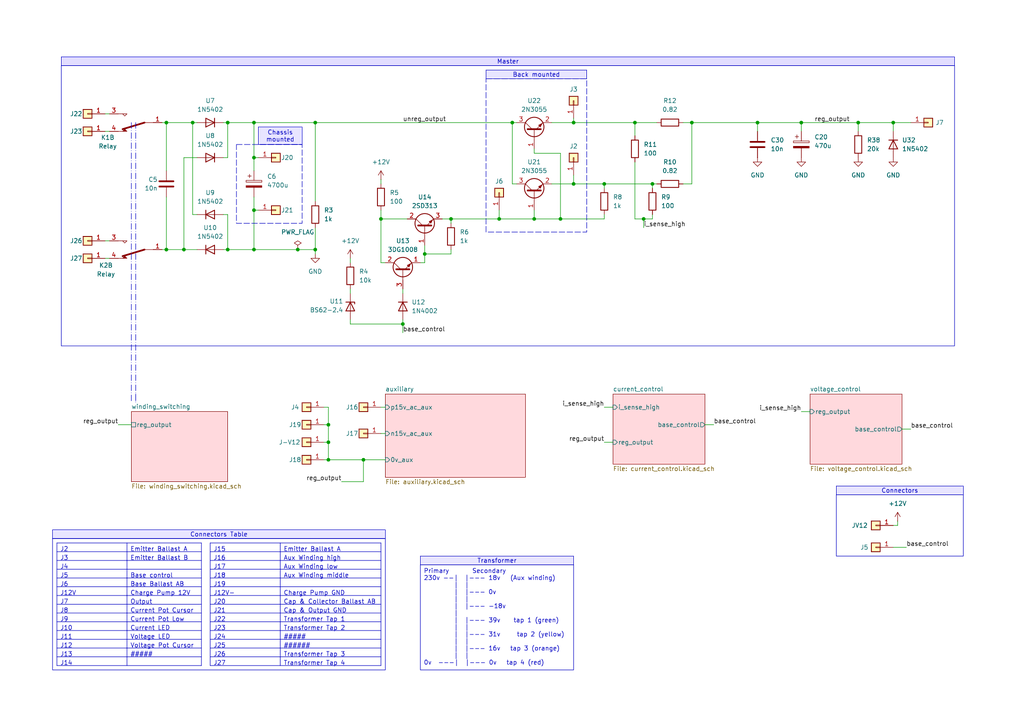
<source format=kicad_sch>
(kicad_sch (version 20250114) (generator "eeschema") (generator_version "9.0")
  (paper "A4")
  (title_block (title "PS23023 Master") (date "2025-12-29") (rev "1.0.0") (comment 1 "Compliant with Velleman’s layout") (comment 2 "Ref: AQF7.820.7120"))
  (lib_symbols
    (symbol "Connector_Generic:Conn_01x01" (pin_names (offset 1.016) (hide yes))
      (property "Reference" "J" (at 0 2.54 0))
      (property "Value" "Conn_01x01" (at 0 -2.54 0))
      (symbol "Conn_01x01_1_1"
        (rectangle (start -1.27 1.27) (end 1.27 -1.27) (stroke (width 0.254)) (fill (type background)))
        (rectangle (start -1.27 0.127) (end 0 -0.127) (stroke (width 0.1524)))
        (pin passive line (at -5.08 0 0) (length 3.81) (name "Pin_1") (number "1"))
      )
    )
    (symbol "Device:C" (pin_numbers (hide yes)) (pin_names (offset 0.254))
      (property "Reference" "C" (at 0.635 2.54 0))
      (property "Value" "C" (at 0.635 -2.54 0))
      (symbol "C_0_1"
        (polyline (pts (xy -2.032 0.762) (xy 2.032 0.762)) (stroke (width 0.508)))
        (polyline (pts (xy -2.032 -0.762) (xy 2.032 -0.762)) (stroke (width 0.508)))
      )
      (symbol "C_1_1"
        (pin passive line (at 0 3.81 270) (length 2.794) (name "~") (number "1"))
        (pin passive line (at 0 -3.81 90) (length 2.794) (name "~") (number "2"))
      )
    )
    (symbol "Device:C_Polarized" (pin_numbers (hide yes)) (pin_names (offset 0.254))
      (property "Reference" "C" (at 0.635 2.54 0))
      (property "Value" "C_Polarized" (at 0.635 -2.54 0))
      (symbol "C_Polarized_0_1"
        (rectangle (start -2.286 0.508) (end 2.286 1.016))
        (polyline (pts (xy -1.778 2.286) (xy -0.762 2.286)))
        (polyline (pts (xy -1.27 2.794) (xy -1.27 1.778)))
        (rectangle (start 2.286 -0.508) (end -2.286 -1.016) (fill (type outline)))
      )
      (symbol "C_Polarized_1_1"
        (pin passive line (at 0 3.81 270) (length 2.794) (name "~") (number "1"))
        (pin passive line (at 0 -3.81 90) (length 2.794) (name "~") (number "2"))
      )
    )
    (symbol "Device:D_Zener" (pin_numbers (hide yes)) (pin_names (offset 1.016) (hide yes))
      (property "Reference" "D" (at 0 2.54 0))
      (property "Value" "D_Zener" (at 0 -2.54 0))
      (symbol "D_Zener_0_1"
        (polyline (pts (xy -1.27 -1.27) (xy -1.27 1.27) (xy -0.762 1.27)) (stroke (width 0.254)))
        (polyline (pts (xy 1.27 0) (xy -1.27 0)))
        (polyline (pts (xy 1.27 -1.27) (xy 1.27 1.27) (xy -1.27 0) (xy 1.27 -1.27)) (stroke (width 0.254)))
      )
      (symbol "D_Zener_1_1"
        (pin passive line (at -3.81 0 0) (length 2.54) (name "K") (number "1"))
        (pin passive line (at 3.81 0 180) (length 2.54) (name "A") (number "2"))
      )
    )
    (symbol "Device:R" (pin_numbers (hide yes)) (pin_names (offset 0))
      (property "Reference" "R" (at 2.032 0 90))
      (property "Value" "R" (at 0 0 90))
      (symbol "R_0_1"
        (rectangle (start -1.016 -2.54) (end 1.016 2.54) (stroke (width 0.254)))
      )
      (symbol "R_1_1"
        (pin passive line (at 0 3.81 270) (length 1.27) (name "~") (number "1"))
        (pin passive line (at 0 -3.81 90) (length 1.27) (name "~") (number "2"))
      )
    )
    (symbol "Diode:1N4002" (pin_numbers (hide yes)) (pin_names (hide yes))
      (property "Reference" "D" (at 0 2.54 0))
      (property "Value" "1N4002" (at 0 -2.54 0))
      (symbol "1N4002_0_1"
        (polyline (pts (xy -1.27 1.27) (xy -1.27 -1.27)) (stroke (width 0.254)))
        (polyline (pts (xy 1.27 1.27) (xy 1.27 -1.27) (xy -1.27 0) (xy 1.27 1.27)) (stroke (width 0.254)))
        (polyline (pts (xy 1.27 0) (xy -1.27 0)))
      )
      (symbol "1N4002_1_1"
        (pin passive line (at -3.81 0 0) (length 2.54) (name "K") (number "1"))
        (pin passive line (at 3.81 0 180) (length 2.54) (name "A") (number "2"))
      )
    )
    (symbol "Diode:1N5402" (pin_numbers (hide yes)) (pin_names (hide yes))
      (property "Reference" "D" (at 0 2.54 0))
      (property "Value" "1N5402" (at 0 -2.54 0))
      (symbol "1N5402_0_1"
        (polyline (pts (xy -1.27 1.27) (xy -1.27 -1.27)) (stroke (width 0.254)))
        (polyline (pts (xy 1.27 1.27) (xy 1.27 -1.27) (xy -1.27 0) (xy 1.27 1.27)) (stroke (width 0.254)))
        (polyline (pts (xy 1.27 0) (xy -1.27 0)))
      )
      (symbol "1N5402_1_1"
        (pin passive line (at -3.81 0 0) (length 2.54) (name "K") (number "1"))
        (pin passive line (at 3.81 0 180) (length 2.54) (name "A") (number "2"))
      )
    )
    (symbol "Transistor_BJT:2N3055" (pin_names (offset 0) (hide yes))
      (property "Reference" "Q" (at 5.08 1.905 0))
      (property "Value" "2N3055" (at 5.08 0 0))
      (symbol "2N3055_0_1"
        (polyline (pts (xy -2.54 0) (xy 0.635 0)))
        (polyline (pts (xy 0.635 1.905) (xy 0.635 -1.905)) (stroke (width 0.508)))
        (circle (center 1.27 0) (radius 2.8194) (stroke (width 0.254)))
      )
      (symbol "2N3055_1_1"
        (polyline (pts (xy 0.635 0.635) (xy 2.54 2.54)))
        (polyline (pts (xy 0.635 -0.635) (xy 2.54 -2.54)))
        (polyline (pts (xy 1.27 -1.778) (xy 1.778 -1.27) (xy 2.286 -2.286) (xy 1.27 -1.778)) (fill (type outline)))
        (pin input line (at -5.08 0 0) (length 2.54) (name "B") (number "1"))
        (pin passive line (at 2.54 5.08 270) (length 2.54) (name "C") (number "3"))
        (pin passive line (at 2.54 -5.08 90) (length 2.54) (name "E") (number "2"))
      )
    )
    (symbol "Transistor_BJT:Q_NPN_BCE" (pin_names (offset 0) (hide yes))
      (property "Reference" "Q" (at 5.08 1.27 0))
      (property "Value" "Q_NPN_BCE" (at 5.08 -1.27 0))
      (symbol "Q_NPN_BCE_0_1"
        (polyline (pts (xy -2.54 0) (xy 0.635 0)))
        (polyline (pts (xy 0.635 1.905) (xy 0.635 -1.905)) (stroke (width 0.508)))
        (circle (center 1.27 0) (radius 2.8194) (stroke (width 0.254)))
      )
      (symbol "Q_NPN_BCE_1_1"
        (polyline (pts (xy 0.635 0.635) (xy 2.54 2.54)))
        (polyline (pts (xy 0.635 -0.635) (xy 2.54 -2.54)))
        (polyline (pts (xy 1.27 -1.778) (xy 1.778 -1.27) (xy 2.286 -2.286) (xy 1.27 -1.778)) (fill (type outline)))
        (pin input line (at -5.08 0 0) (length 2.54) (name "B") (number "1"))
        (pin passive line (at 2.54 5.08 270) (length 2.54) (name "C") (number "2"))
        (pin passive line (at 2.54 -5.08 90) (length 2.54) (name "E") (number "3"))
      )
    )
    (symbol "Transistor_BJT:Q_NPN_ECB" (pin_names (offset 0) (hide yes))
      (property "Reference" "Q" (at 5.08 1.27 0))
      (property "Value" "Q_NPN_ECB" (at 5.08 -1.27 0))
      (symbol "Q_NPN_ECB_0_1"
        (polyline (pts (xy -2.54 0) (xy 0.635 0)))
        (polyline (pts (xy 0.635 1.905) (xy 0.635 -1.905)) (stroke (width 0.508)))
        (circle (center 1.27 0) (radius 2.8194) (stroke (width 0.254)))
      )
      (symbol "Q_NPN_ECB_1_1"
        (polyline (pts (xy 0.635 0.635) (xy 2.54 2.54)))
        (polyline (pts (xy 0.635 -0.635) (xy 2.54 -2.54)))
        (polyline (pts (xy 1.27 -1.778) (xy 1.778 -1.27) (xy 2.286 -2.286) (xy 1.27 -1.778)) (fill (type outline)))
        (pin input line (at -5.08 0 0) (length 2.54) (name "B") (number "3"))
        (pin passive line (at 2.54 5.08 270) (length 2.54) (name "C") (number "2"))
        (pin passive line (at 2.54 -5.08 90) (length 2.54) (name "E") (number "1"))
      )
    )
    (symbol "power:+12V" (power) (pin_numbers (hide yes)) (pin_names (offset 0) (hide yes))
      (property "Value" "+12V" (at 0 3.556 0))
      (symbol "+12V_0_1"
        (polyline (pts (xy -0.762 1.27) (xy 0 2.54)))
        (polyline (pts (xy 0 2.54) (xy 0.762 1.27)))
        (polyline (pts (xy 0 0) (xy 0 2.54)))
      )
      (symbol "+12V_1_1"
        (pin power_in line (at 0 0 90) (length 0) (name "~") (number "1"))
      )
    )
    (symbol "power:GND" (power) (pin_numbers (hide yes)) (pin_names (offset 0) (hide yes))
      (property "Value" "GND" (at 0 -3.81 0))
      (symbol "GND_0_1"
        (polyline (pts (xy 0 0) (xy 0 -1.27) (xy 1.27 -1.27) (xy 0 -2.54) (xy -1.27 -1.27) (xy 0 -1.27)))
      )
      (symbol "GND_1_1"
        (pin power_in line (at 0 0 270) (length 0) (name "~") (number "1"))
      )
    )
    (symbol "power:PWR_FLAG" (power) (pin_numbers (hide yes)) (pin_names (offset 0) (hide yes))
      (property "Value" "PWR_FLAG" (at 0 3.81 0))
      (symbol "PWR_FLAG_0_0"
        (pin power_out line (at 0 0 90) (length 0) (name "~") (number "1"))
      )
      (symbol "PWR_FLAG_0_1"
        (polyline (pts (xy 0 0) (xy 0 1.27) (xy -1.016 1.905) (xy 0 2.54) (xy 1.016 1.905) (xy 0 1.27)))
      )
    )
    (symbol "ps23023:Relay"
      (property "Reference" "K" (at 6.35 1.27 0))
      (property "Value" "Relay" (at 6.35 -1.27 0))
      (symbol "Relay_1_1"
        (rectangle (start -5.08 5.08) (end 5.08 -5.08) (stroke (width 0.254)) (fill (type background)))
        (rectangle (start -3.175 1.905) (end 3.175 -1.905) (stroke (width 0.254)))
        (polyline (pts (xy -2.54 -1.905) (xy 2.54 1.905)) (stroke (width 0.254)))
        (polyline (pts (xy 0 5.08) (xy 0 1.905)))
        (polyline (pts (xy 0 -5.08) (xy 0 -1.905)))
        (pin passive line (at 0 7.62 270) (length 2.54) (name "~") (number "2"))
        (pin passive line (at 0 -7.62 90) (length 2.54) (name "~") (number "5"))
      )
      (symbol "Relay_2_1"
        (polyline (pts (xy -2.54 5.08) (xy -2.54 2.54) (xy -1.905 3.175) (xy -2.54 3.81)) (fill (type outline)))
        (polyline (pts (xy 0 -2.54) (xy -1.905 3.81)) (stroke (width 0.508)))
        (polyline (pts (xy 0 -2.54) (xy 0 -5.08)))
        (polyline (pts (xy 2.54 5.08) (xy 2.54 2.54) (xy 1.905 3.175) (xy 2.54 3.81)))
        (pin passive line (at -2.54 7.62 270) (length 2.54) (name "~") (number "4"))
        (pin passive line (at 0 -7.62 90) (length 2.54) (name "~") (number "1"))
        (pin passive line (at 2.54 7.62 270) (length 2.54) (name "~") (number "3"))
      )
    )
  )
  (rectangle (start 15.24 156.21) (end 111.76 194.31))
  (rectangle (start 242.57 143.51) (end 279.4 161.29))
  (rectangle (start 68.58 41.91) (end 87.63 64.77) (stroke (width 0) (type dash)))
  (rectangle (start 140.97 22.86) (end 170.18 67.31) (stroke (width 0) (type dash)))
  (rectangle (start 17.78 19.05) (end 276.86 100.33))
  (text_box "Master" (at 17.78 16.51 0) (size 259.08 2.54) (margins 0.9525 0.9525 0.9525 0.9525) (fill (type color) (color 226 221 255 1)) (effects (font (size 1.27 1.27))))
  (text_box "Primary       Secondary\n230v --|  |--- 18v   (Aux winding)\n         |  |\n         |  |--- 0v\n         |  |\n         |  |--- -18v\n         |\n         |  |--- 39v    tap 1 (green)\n         |  |\n         |  |--- 31v     tap 2 (yellow)\n         |  |\n         |  |--- 16v   tap 3 (orange)\n         |  |\n0v  ---|  |--- 0v   tap 4 (red)" (at 121.92 163.83 0) (size 44.45 30.48) (margins 0.9525 0.9525 0.9525 0.9525) (effects (font (size 1.27 1.27)) (justify left top)))
  (text_box "Back mounted" (at 140.97 20.32 0) (size 29.21 2.54) (margins 0.9525 0.9525 0.9525 0.9525) (fill (type color) (color 232 229 255 1)) (effects (font (size 1.27 1.27))))
  (text_box "Chassis mounted" (at 74.93 36.83 0) (size 12.7 5.08) (margins 0.9525 0.9525 0.9525 0.9525) (fill (type color) (color 232 229 255 1)) (effects (font (size 1.27 1.27))))
  (text_box "Connectors Table" (at 15.24 153.67 0) (size 96.52 2.54) (margins 0.9525 0.9525 0.9525 0.9525) (fill (type color) (color 232 229 255 1)) (effects (font (size 1.27 1.27))))
  (text_box "Transformer" (at 121.92 161.29 0) (size 44.45 2.54) (margins 0.9525 0.9525 0.9525 0.9525) (fill (type color) (color 232 229 255 1)) (effects (font (size 1.27 1.27))))
  (text_box "Connectors" (at 242.57 140.97 0) (size 36.83 2.54) (margins 0.9525 0.9525 0.9525 0.9525) (fill (type color) (color 232 229 255 1)) (effects (font (size 1.27 1.27))))
  (junction (at 110.49 63.5))
  (junction (at 175.26 53.34))
  (junction (at 162.56 63.5))
  (junction (at 48.26 35.56))
  (junction (at 73.66 45.72))
  (junction (at 116.84 93.98))
  (junction (at 95.25 133.35))
  (junction (at 219.71 35.56))
  (junction (at 66.04 72.39))
  (junction (at 73.66 72.39))
  (junction (at 95.25 128.27))
  (junction (at 166.37 53.34))
  (junction (at 86.36 72.39))
  (junction (at 48.26 72.39))
  (junction (at 53.34 72.39))
  (junction (at 105.41 133.35))
  (junction (at 144.78 63.5))
  (junction (at 166.37 35.56))
  (junction (at 186.69 63.5))
  (junction (at 91.44 72.39))
  (junction (at 66.04 35.56))
  (junction (at 130.81 63.5))
  (junction (at 123.19 73.66))
  (junction (at 73.66 35.56))
  (junction (at 248.92 35.56))
  (junction (at 73.66 60.96))
  (junction (at 148.59 35.56))
  (junction (at 184.15 35.56))
  (junction (at 232.41 35.56))
  (junction (at 95.25 123.19))
  (junction (at 55.88 35.56))
  (junction (at 154.94 63.5))
  (junction (at 259.08 35.56))
  (junction (at 91.44 35.56))
  (junction (at 200.66 35.56))
  (junction (at 189.23 53.34))
  (wire (pts (xy 95.25 128.27) (xy 95.25 133.35)))
  (wire (pts (xy 154.94 44.45) (xy 162.56 44.45)))
  (wire (pts (xy 55.88 35.56) (xy 57.15 35.56)))
  (wire (pts (xy 248.92 38.1) (xy 248.92 35.56)))
  (wire (pts (xy 204.47 123.19) (xy 207.01 123.19)))
  (wire (pts (xy 86.36 72.39) (xy 91.44 72.39)))
  (wire (pts (xy 166.37 34.29) (xy 166.37 35.56)))
  (wire (pts (xy 189.23 63.5) (xy 189.23 62.23)))
  (wire (pts (xy 259.08 38.1) (xy 259.08 35.56)))
  (wire (pts (xy 154.94 63.5) (xy 144.78 63.5)))
  (wire (pts (xy 95.25 128.27) (xy 93.98 128.27)))
  (wire (pts (xy 73.66 45.72) (xy 73.66 35.56)))
  (wire (pts (xy 259.08 35.56) (xy 264.16 35.56)))
  (wire (pts (xy 53.34 45.72) (xy 57.15 45.72)))
  (wire (pts (xy 232.41 35.56) (xy 232.41 38.1)))
  (wire (pts (xy 186.69 63.5) (xy 186.69 66.04)))
  (wire (pts (xy 118.11 63.5) (xy 110.49 63.5)))
  (wire (pts (xy 66.04 62.23) (xy 66.04 72.39)))
  (wire (pts (xy 116.84 93.98) (xy 116.84 96.52)))
  (wire (pts (xy 66.04 72.39) (xy 64.77 72.39)))
  (wire (pts (xy 110.49 125.73) (xy 111.76 125.73)))
  (wire (pts (xy 259.08 158.75) (xy 262.89 158.75)))
  (wire (pts (xy 66.04 72.39) (xy 73.66 72.39)))
  (polyline (pts (xy 38.1 35.56) (xy 38.1 116.84)) (stroke (width 0) (type dash_dot)))
  (wire (pts (xy 123.19 76.2) (xy 123.19 73.66)))
  (wire (pts (xy 95.25 133.35) (xy 105.41 133.35)))
  (wire (pts (xy 154.94 43.18) (xy 154.94 44.45)))
  (wire (pts (xy 184.15 63.5) (xy 186.69 63.5)))
  (wire (pts (xy 175.26 62.23) (xy 175.26 63.5)))
  (wire (pts (xy 73.66 60.96) (xy 73.66 72.39)))
  (wire (pts (xy 73.66 45.72) (xy 74.93 45.72)))
  (wire (pts (xy 66.04 35.56) (xy 64.77 35.56)))
  (wire (pts (xy 232.41 119.38) (xy 234.95 119.38)))
  (wire (pts (xy 93.98 133.35) (xy 95.25 133.35)))
  (wire (pts (xy 66.04 35.56) (xy 73.66 35.56)))
  (wire (pts (xy 91.44 35.56) (xy 148.59 35.56)))
  (wire (pts (xy 95.25 123.19) (xy 95.25 128.27)))
  (wire (pts (xy 30.48 38.1) (xy 31.75 38.1)))
  (wire (pts (xy 148.59 53.34) (xy 148.59 35.56)))
  (wire (pts (xy 66.04 45.72) (xy 66.04 35.56)))
  (wire (pts (xy 148.59 35.56) (xy 149.86 35.56)))
  (wire (pts (xy 48.26 49.53) (xy 48.26 35.56)))
  (wire (pts (xy 116.84 93.98) (xy 116.84 92.71)))
  (wire (pts (xy 110.49 60.96) (xy 110.49 63.5)))
  (wire (pts (xy 160.02 53.34) (xy 166.37 53.34)))
  (wire (pts (xy 91.44 72.39) (xy 91.44 73.66)))
  (wire (pts (xy 175.26 118.11) (xy 177.8 118.11)))
  (wire (pts (xy 64.77 62.23) (xy 66.04 62.23)))
  (wire (pts (xy 53.34 45.72) (xy 53.34 72.39)))
  (wire (pts (xy 128.27 63.5) (xy 130.81 63.5)))
  (wire (pts (xy 154.94 63.5) (xy 154.94 60.96)))
  (wire (pts (xy 184.15 35.56) (xy 190.5 35.56)))
  (wire (pts (xy 123.19 71.12) (xy 123.19 73.66)))
  (wire (pts (xy 198.12 35.56) (xy 200.66 35.56)))
  (wire (pts (xy 166.37 50.8) (xy 166.37 53.34)))
  (wire (pts (xy 30.48 74.93) (xy 31.75 74.93)))
  (wire (pts (xy 105.41 139.7) (xy 105.41 133.35)))
  (wire (pts (xy 160.02 35.56) (xy 166.37 35.56)))
  (wire (pts (xy 200.66 35.56) (xy 200.66 53.34)))
  (wire (pts (xy 34.29 123.19) (xy 38.1 123.19)))
  (wire (pts (xy 189.23 53.34) (xy 190.5 53.34)))
  (polyline (pts (xy 39.37 35.56) (xy 39.37 116.84)) (stroke (width 0) (type dash_dot)))
  (wire (pts (xy 110.49 76.2) (xy 111.76 76.2)))
  (wire (pts (xy 48.26 57.15) (xy 48.26 72.39)))
  (wire (pts (xy 261.62 124.46) (xy 264.16 124.46)))
  (wire (pts (xy 259.08 35.56) (xy 248.92 35.56)))
  (wire (pts (xy 260.35 152.4) (xy 259.08 152.4)))
  (wire (pts (xy 91.44 58.42) (xy 91.44 35.56)))
  (wire (pts (xy 48.26 72.39) (xy 53.34 72.39)))
  (polyline (pts (xy 39.37 114.3) (xy 39.37 116.84)) (stroke (width 0) (type dash_dot)))
  (wire (pts (xy 73.66 35.56) (xy 91.44 35.56)))
  (wire (pts (xy 232.41 35.56) (xy 248.92 35.56)))
  (wire (pts (xy 166.37 53.34) (xy 175.26 53.34)))
  (wire (pts (xy 232.41 35.56) (xy 219.71 35.56)))
  (wire (pts (xy 130.81 73.66) (xy 130.81 72.39)))
  (wire (pts (xy 55.88 62.23) (xy 55.88 35.56)))
  (wire (pts (xy 95.25 118.11) (xy 95.25 123.19)))
  (wire (pts (xy 64.77 45.72) (xy 66.04 45.72)))
  (wire (pts (xy 175.26 53.34) (xy 175.26 54.61)))
  (wire (pts (xy 91.44 66.04) (xy 91.44 72.39)))
  (wire (pts (xy 184.15 46.99) (xy 184.15 63.5)))
  (wire (pts (xy 189.23 53.34) (xy 189.23 54.61)))
  (wire (pts (xy 48.26 35.56) (xy 55.88 35.56)))
  (wire (pts (xy 260.35 151.13) (xy 260.35 152.4)))
  (wire (pts (xy 175.26 53.34) (xy 189.23 53.34)))
  (wire (pts (xy 130.81 63.5) (xy 130.81 64.77)))
  (wire (pts (xy 166.37 35.56) (xy 184.15 35.56)))
  (wire (pts (xy 110.49 52.07) (xy 110.49 53.34)))
  (wire (pts (xy 200.66 53.34) (xy 198.12 53.34)))
  (wire (pts (xy 219.71 35.56) (xy 219.71 38.1)))
  (wire (pts (xy 175.26 128.27) (xy 177.8 128.27)))
  (wire (pts (xy 123.19 73.66) (xy 130.81 73.66)))
  (wire (pts (xy 105.41 133.35) (xy 111.76 133.35)))
  (wire (pts (xy 101.6 74.93) (xy 101.6 76.2)))
  (wire (pts (xy 110.49 118.11) (xy 111.76 118.11)))
  (wire (pts (xy 101.6 93.98) (xy 116.84 93.98)))
  (wire (pts (xy 73.66 57.15) (xy 73.66 60.96)))
  (wire (pts (xy 53.34 72.39) (xy 57.15 72.39)))
  (wire (pts (xy 110.49 63.5) (xy 110.49 76.2)))
  (wire (pts (xy 184.15 35.56) (xy 184.15 39.37)))
  (wire (pts (xy 162.56 63.5) (xy 154.94 63.5)))
  (wire (pts (xy 93.98 123.19) (xy 95.25 123.19)))
  (wire (pts (xy 149.86 53.34) (xy 148.59 53.34)))
  (wire (pts (xy 73.66 49.53) (xy 73.66 45.72)))
  (wire (pts (xy 55.88 62.23) (xy 57.15 62.23)))
  (wire (pts (xy 101.6 92.71) (xy 101.6 93.98)))
  (wire (pts (xy 144.78 60.96) (xy 144.78 63.5)))
  (wire (pts (xy 116.84 83.82) (xy 116.84 85.09)))
  (wire (pts (xy 93.98 118.11) (xy 95.25 118.11)))
  (wire (pts (xy 101.6 83.82) (xy 101.6 85.09)))
  (wire (pts (xy 175.26 63.5) (xy 162.56 63.5)))
  (wire (pts (xy 186.69 63.5) (xy 189.23 63.5)))
  (wire (pts (xy 30.48 69.85) (xy 31.75 69.85)))
  (wire (pts (xy 162.56 44.45) (xy 162.56 63.5)))
  (wire (pts (xy 30.48 33.02) (xy 31.75 33.02)))
  (wire (pts (xy 144.78 63.5) (xy 130.81 63.5)))
  (wire (pts (xy 99.06 139.7) (xy 105.41 139.7)))
  (wire (pts (xy 73.66 72.39) (xy 86.36 72.39)))
  (wire (pts (xy 200.66 35.56) (xy 219.71 35.56)))
  (wire (pts (xy 48.26 72.39) (xy 46.99 72.39)))
  (wire (pts (xy 121.92 76.2) (xy 123.19 76.2)))
  (wire (pts (xy 73.66 60.96) (xy 74.93 60.96)))
  (wire (pts (xy 48.26 35.56) (xy 46.99 35.56)))
  (table (column_count 2) (border (external yes) (header yes)) (separators (rows yes) (cols yes)) (column_widths 20.32 21.59) (row_heights 2.54 2.54 2.54 2.54 2.54 2.54 2.54 2.54 2.54 2.54 2.54 2.54 2.54 2.54) (cells (table_cell "J2" (at 16.51 157.48 0) (size 20.32 2.54) (margins 0.9525 0.9525 0.9525 0.9525) (span 1 1)) (table_cell "Emitter Ballast A" (at 36.83 157.48 0) (size 21.59 2.54) (margins 0.9525 0.9525 0.9525 0.9525) (span 1 1)) (table_cell "J3" (at 16.51 160.02 0) (size 20.32 2.54) (margins 0.9525 0.9525 0.9525 0.9525) (span 1 1)) (table_cell "Emitter Ballast B" (at 36.83 160.02 0) (size 21.59 2.54) (margins 0.9525 0.9525 0.9525 0.9525) (span 1 1)) (table_cell "J4" (at 16.51 162.56 0) (size 20.32 2.54) (margins 0.9525 0.9525 0.9525 0.9525) (span 1 1)) (table_cell "" (at 36.83 162.56 0) (size 21.59 2.54) (margins 0.9525 0.9525 0.9525 0.9525) (span 1 1)) (table_cell "J5" (at 16.51 165.1 0) (size 20.32 2.54) (margins 0.9525 0.9525 0.9525 0.9525) (span 1 1)) (table_cell "Base control" (at 36.83 165.1 0) (size 21.59 2.54) (margins 0.9525 0.9525 0.9525 0.9525) (span 1 1)) (table_cell "J6" (at 16.51 167.64 0) (size 20.32 2.54) (margins 0.9525 0.9525 0.9525 0.9525) (span 1 1)) (table_cell "Base Ballast AB" (at 36.83 167.64 0) (size 21.59 2.54) (margins 0.9525 0.9525 0.9525 0.9525) (span 1 1)) (table_cell "J12V" (at 16.51 170.18 0) (size 20.32 2.54) (margins 0.9525 0.9525 0.9525 0.9525) (span 1 1)) (table_cell "Charge Pump 12V" (at 36.83 170.18 0) (size 21.59 2.54) (margins 0.9525 0.9525 0.9525 0.9525) (span 1 1)) (table_cell "J7" (at 16.51 172.72 0) (size 20.32 2.54) (margins 0.9525 0.9525 0.9525 0.9525) (span 1 1)) (table_cell "Output" (at 36.83 172.72 0) (size 21.59 2.54) (margins 0.9525 0.9525 0.9525 0.9525) (span 1 1)) (table_cell "J8" (at 16.51 175.26 0) (size 20.32 2.54) (margins 0.9525 0.9525 0.9525 0.9525) (span 1 1)) (table_cell "Current Pot Cursor" (at 36.83 175.26 0) (size 21.59 2.54) (margins 0.9525 0.9525 0.9525 0.9525) (span 1 1)) (table_cell "J9" (at 16.51 177.8 0) (size 20.32 2.54) (margins 0.9525 0.9525 0.9525 0.9525) (span 1 1)) (table_cell "Current Pot Low" (at 36.83 177.8 0) (size 21.59 2.54) (margins 0.9525 0.9525 0.9525 0.9525) (span 1 1)) (table_cell "J10" (at 16.51 180.34 0) (size 20.32 2.54) (margins 0.9525 0.9525 0.9525 0.9525) (span 1 1)) (table_cell "Current LED" (at 36.83 180.34 0) (size 21.59 2.54) (margins 0.9525 0.9525 0.9525 0.9525) (span 1 1)) (table_cell "J11" (at 16.51 182.88 0) (size 20.32 2.54) (margins 0.9525 0.9525 0.9525 0.9525) (span 1 1)) (table_cell "Voltage LED" (at 36.83 182.88 0) (size 21.59 2.54) (margins 0.9525 0.9525 0.9525 0.9525) (span 1 1)) (table_cell "J12" (at 16.51 185.42 0) (size 20.32 2.54) (margins 0.9525 0.9525 0.9525 0.9525) (span 1 1)) (table_cell "Voltage Pot Cursor" (at 36.83 185.42 0) (size 21.59 2.54) (margins 0.9525 0.9525 0.9525 0.9525) (span 1 1)) (table_cell "J13" (at 16.51 187.96 0) (size 20.32 2.54) (margins 0.9525 0.9525 0.9525 0.9525) (span 1 1)) (table_cell "#####" (at 36.83 187.96 0) (size 21.59 2.54) (margins 0.9525 0.9525 0.9525 0.9525) (span 1 1)) (table_cell "J14" (at 16.51 190.5 0) (size 20.32 2.54) (margins 0.9525 0.9525 0.9525 0.9525) (span 1 1)) (table_cell "" (at 36.83 190.5 0) (size 21.59 2.54) (margins 0.9525 0.9525 0.9525 0.9525) (span 1 1))))
  (table (column_count 2) (border (external yes) (header yes)) (separators (rows yes) (cols yes)) (column_widths 20.32 29.21) (row_heights 2.54 2.54 2.54 2.54 2.54 2.54 2.54 2.54 2.54 2.54 2.54 2.54 2.54 2.54) (cells (table_cell "J15" (at 60.96 157.48 0) (size 20.32 2.54) (margins 0.9525 0.9525 0.9525 0.9525) (span 1 1)) (table_cell "Emitter Ballast A" (at 81.28 157.48 0) (size 29.21 2.54) (margins 0.9525 0.9525 0.9525 0.9525) (span 1 1)) (table_cell "J16" (at 60.96 160.02 0) (size 20.32 2.54) (margins 0.9525 0.9525 0.9525 0.9525) (span 1 1)) (table_cell "Aux Winding high" (at 81.28 160.02 0) (size 29.21 2.54) (margins 0.9525 0.9525 0.9525 0.9525) (span 1 1)) (table_cell "J17" (at 60.96 162.56 0) (size 20.32 2.54) (margins 0.9525 0.9525 0.9525 0.9525) (span 1 1)) (table_cell "Aux Winding low" (at 81.28 162.56 0) (size 29.21 2.54) (margins 0.9525 0.9525 0.9525 0.9525) (span 1 1)) (table_cell "J18" (at 60.96 165.1 0) (size 20.32 2.54) (margins 0.9525 0.9525 0.9525 0.9525) (span 1 1)) (table_cell "Aux Winding middle" (at 81.28 165.1 0) (size 29.21 2.54) (margins 0.9525 0.9525 0.9525 0.9525) (span 1 1)) (table_cell "J19" (at 60.96 167.64 0) (size 20.32 2.54) (margins 0.9525 0.9525 0.9525 0.9525) (span 1 1)) (table_cell "" (at 81.28 167.64 0) (size 29.21 2.54) (margins 0.9525 0.9525 0.9525 0.9525) (span 1 1)) (table_cell "J12V-" (at 60.96 170.18 0) (size 20.32 2.54) (margins 0.9525 0.9525 0.9525 0.9525) (span 1 1)) (table_cell "Charge Pump GND" (at 81.28 170.18 0) (size 29.21 2.54) (margins 0.9525 0.9525 0.9525 0.9525) (span 1 1)) (table_cell "J20" (at 60.96 172.72 0) (size 20.32 2.54) (margins 0.9525 0.9525 0.9525 0.9525) (span 1 1)) (table_cell "Cap & Collector Ballast AB" (at 81.28 172.72 0) (size 29.21 2.54) (margins 0.9525 0.9525 0.9525 0.9525) (span 1 1)) (table_cell "J21" (at 60.96 175.26 0) (size 20.32 2.54) (margins 0.9525 0.9525 0.9525 0.9525) (span 1 1)) (table_cell "Cap & Output GND" (at 81.28 175.26 0) (size 29.21 2.54) (margins 0.9525 0.9525 0.9525 0.9525) (span 1 1)) (table_cell "J22" (at 60.96 177.8 0) (size 20.32 2.54) (margins 0.9525 0.9525 0.9525 0.9525) (span 1 1)) (table_cell "Transformer Tap 1" (at 81.28 177.8 0) (size 29.21 2.54) (margins 0.9525 0.9525 0.9525 0.9525) (span 1 1)) (table_cell "J23" (at 60.96 180.34 0) (size 20.32 2.54) (margins 0.9525 0.9525 0.9525 0.9525) (span 1 1)) (table_cell "Transformer Tap 2" (at 81.28 180.34 0) (size 29.21 2.54) (margins 0.9525 0.9525 0.9525 0.9525) (span 1 1)) (table_cell "J24" (at 60.96 182.88 0) (size 20.32 2.54) (margins 0.9525 0.9525 0.9525 0.9525) (span 1 1)) (table_cell "#####" (at 81.28 182.88 0) (size 29.21 2.54) (margins 0.9525 0.9525 0.9525 0.9525) (span 1 1)) (table_cell "J25" (at 60.96 185.42 0) (size 20.32 2.54) (margins 0.9525 0.9525 0.9525 0.9525) (span 1 1)) (table_cell "######" (at 81.28 185.42 0) (size 29.21 2.54) (margins 0.9525 0.9525 0.9525 0.9525) (span 1 1)) (table_cell "J26" (at 60.96 187.96 0) (size 20.32 2.54) (margins 0.9525 0.9525 0.9525 0.9525) (span 1 1)) (table_cell "Transformer Tap 3" (at 81.28 187.96 0) (size 29.21 2.54) (margins 0.9525 0.9525 0.9525 0.9525) (span 1 1)) (table_cell "J27" (at 60.96 190.5 0) (size 20.32 2.54) (margins 0.9525 0.9525 0.9525 0.9525) (span 1 1)) (table_cell "Transformer Tap 4" (at 81.28 190.5 0) (size 29.21 2.54) (margins 0.9525 0.9525 0.9525 0.9525) (span 1 1))))
  (label "i_sense_high" (at 232.41 119.38 180))
  (label "base_control" (at 262.89 158.75 0))
  (label "reg_output" (at 175.26 128.27 180))
  (label "base_control" (at 207.01 123.19 0))
  (label "base_control" (at 116.84 96.52 0))
  (label "i_sense_high" (at 186.69 66.04 0))
  (label "reg_output" (at 236.22 35.56 0))
  (label "reg_output" (at 99.06 139.7 180))
  (label "i_sense_high" (at 175.26 118.11 180))
  (label "reg_output" (at 34.29 123.19 180))
  (label "base_control" (at 264.16 124.46 0))
  (label "unreg_output" (at 116.84 35.56 0))
  (symbol (lib_id "Diode:1N5402") (at 60.96 35.56 180) (unit 1)
    (property "Reference" "U7" (at 60.96 29.21 0))
    (property "Value" "1N5402" (at 60.96 31.75 0))
    (property "Footprint" "Diode_THT:D_DO-201AD_P15.24mm_Horizontal" (effects (hide yes)))
    (property "Datasheet" "http://www.vishay.com/docs/88516/1n5400.pdf" (effects (hide yes)))
    (property "Description" "200V 3A General Purpose Rectifier Diode, DO-201AD" (effects (hide yes)))
    (property "Sim.Device" "D" (effects (hide yes)))
    (property "Sim.Pins" "1=K 2=A" (effects (hide yes)))
  )
  (symbol (lib_id "Connector_Generic:Conn_01x01") (at 88.9 128.27 180) (unit 1)
    (property "Reference" "J-V12" (at 87.122 128.27 0) (effects (justify left)))
    (property "Value" "Conn_01x01" (effects (hide yes)))
    (property "Description" "Generic connector, single row, 01x01, script generated (kicad-library-utils/schlib/autogen/connector/)" (effects (hide yes)))
  )
  (symbol (lib_id "Transistor_BJT:2N3055") (at 154.94 55.88 90) (unit 1)
    (property "Reference" "U21" (at 154.94 46.99 90))
    (property "Value" "2N3055" (at 154.94 49.53 90))
    (property "Footprint" "Package_TO_SOT_THT:TO-3" (effects (hide yes)))
    (property "Datasheet" "http://www.onsemi.com/pub_link/Collateral/2N3055-D.PDF" (effects (hide yes)))
    (property "Description" "15A Ic, 60V Vce, Power NPN Transistor, TO-3" (effects (hide yes)))
  )
  (symbol (lib_id "Transistor_BJT:2N3055") (at 154.94 38.1 90) (unit 1)
    (property "Reference" "U22" (at 154.94 29.21 90))
    (property "Value" "2N3055" (at 154.94 31.75 90))
    (property "Footprint" "Package_TO_SOT_THT:TO-3" (effects (hide yes)))
    (property "Datasheet" "http://www.onsemi.com/pub_link/Collateral/2N3055-D.PDF" (effects (hide yes)))
    (property "Description" "15A Ic, 60V Vce, Power NPN Transistor, TO-3" (effects (hide yes)))
  )
  (symbol (lib_id "Device:C_Polarized") (at 73.66 53.34 0) (unit 1)
    (property "Reference" "C6" (at 77.47 51.1809 0) (effects (justify left)))
    (property "Value" "4700u" (at 77.47 53.7209 0) (effects (justify left)))
    (property "Description" "Polarized capacitor" (effects (hide yes)))
  )
  (symbol (lib_id "Device:R") (at 110.49 57.15 0) (unit 1)
    (property "Reference" "R5" (at 113.03 55.8799 0) (effects (justify left)))
    (property "Value" "100" (at 113.03 58.4199 0) (effects (justify left)))
    (property "Description" "Resistor" (effects (hide yes)))
  )
  (symbol (lib_id "Connector_Generic:Conn_01x01") (at 25.4 69.85 180) (unit 1)
    (property "Reference" "J26" (at 22.098 69.85 0))
    (property "Value" "Conn_01x01" (effects (hide yes)))
    (property "Description" "Generic connector, single row, 01x01, script generated (kicad-library-utils/schlib/autogen/connector/)" (effects (hide yes)))
  )
  (symbol (lib_id "Connector_Generic:Conn_01x01") (at 166.37 29.21 270) (mirror x) (unit 1)
    (property "Reference" "J3" (at 166.37 25.908 90))
    (property "Value" "Conn_01x01" (effects (hide yes)))
    (property "Description" "Generic connector, single row, 01x01, script generated (kicad-library-utils/schlib/autogen/connector/)" (effects (hide yes)))
  )
  (symbol (lib_id "Connector_Generic:Conn_01x01") (at 254 158.75 180) (unit 1)
    (property "Reference" "J5" (at 250.698 158.75 0))
    (property "Value" "Conn_01x01" (effects (hide yes)))
    (property "Description" "Generic connector, single row, 01x01, script generated (kicad-library-utils/schlib/autogen/connector/)" (effects (hide yes)))
  )
  (symbol (lib_id "Connector_Generic:Conn_01x01") (at 80.01 45.72 0) (mirror x) (unit 1)
    (property "Reference" "J20" (at 83.312 45.72 0))
    (property "Value" "Conn_01x01" (effects (hide yes)))
    (property "Description" "Generic connector, single row, 01x01, script generated (kicad-library-utils/schlib/autogen/connector/)" (effects (hide yes)))
  )
  (symbol (lib_id "Connector_Generic:Conn_01x01") (at 25.4 33.02 180) (unit 1)
    (property "Reference" "J22" (at 22.098 33.02 0))
    (property "Value" "Conn_01x01" (effects (hide yes)))
    (property "Description" "Generic connector, single row, 01x01, script generated (kicad-library-utils/schlib/autogen/connector/)" (effects (hide yes)))
  )
  (symbol (lib_id "ps23023:Relay") (at 39.37 72.39 90) (unit 2)
    (property "Reference" "K2" (at 30.734 76.962 90))
    (property "Value" "Relay" (at 30.734 79.502 90))
    (property "Footprint" "Relay_THT:Relay_SPDT_SANYOU_SRD_Series_Form_C" (effects (hide yes)))
    (property "Datasheet" "http://omronfs.omron.com/en_US/ecb/products/pdf/en-g5v_2.pdf" (effects (hide yes)))
    (property "Description" "Relay Miniature Omron DPDT" (effects (hide yes)))
  )
  (symbol (lib_id "Transistor_BJT:Q_NPN_ECB") (at 116.84 78.74 90) (unit 1)
    (property "Reference" "U13" (at 116.84 69.85 90))
    (property "Value" "3DG1008" (at 116.84 72.39 90))
    (property "Description" "NPN transistor, emitter/collector/base" (effects (hide yes)))
  )
  (symbol (lib_id "Connector_Generic:Conn_01x01") (at 25.4 38.1 180) (unit 1)
    (property "Reference" "J23" (at 22.098 38.1 0))
    (property "Value" "Conn_01x01" (effects (hide yes)))
    (property "Description" "Generic connector, single row, 01x01, script generated (kicad-library-utils/schlib/autogen/connector/)" (effects (hide yes)))
  )
  (symbol (lib_id "power:GND") (at 259.08 45.72 0) (unit 1)
    (property "Reference" "#PWR029" (effects (hide yes)))
    (property "Value" "GND" (at 259.08 50.8 0))
    (property "Description" "Power symbol creates a global label with name \"GND\" , ground" (effects (hide yes)))
  )
  (symbol (lib_id "Connector_Generic:Conn_01x01") (at 144.78 55.88 270) (mirror x) (unit 1)
    (property "Reference" "J6" (at 144.78 52.578 90))
    (property "Value" "Conn_01x01" (effects (hide yes)))
    (property "Description" "Generic connector, single row, 01x01, script generated (kicad-library-utils/schlib/autogen/connector/)" (effects (hide yes)))
  )
  (symbol (lib_id "power:+12V") (at 110.49 52.07 0) (unit 1)
    (property "Reference" "#PWR011" (effects (hide yes)))
    (property "Value" "+12V" (at 110.49 46.99 0))
    (property "Description" "Power symbol creates a global label with name \"+12V\"" (effects (hide yes)))
  )
  (symbol (lib_id "Connector_Generic:Conn_01x01") (at 269.24 35.56 0) (mirror x) (unit 1)
    (property "Reference" "J7" (at 272.542 35.56 0))
    (property "Value" "Conn_01x01" (effects (hide yes)))
    (property "Description" "Generic connector, single row, 01x01, script generated (kicad-library-utils/schlib/autogen/connector/)" (effects (hide yes)))
  )
  (symbol (lib_id "Diode:1N5402") (at 60.96 62.23 0) (mirror x) (unit 1)
    (property "Reference" "U9" (at 60.96 55.88 0))
    (property "Value" "1N5402" (at 60.96 58.42 0))
    (property "Footprint" "Diode_THT:D_DO-201AD_P15.24mm_Horizontal" (effects (hide yes)))
    (property "Datasheet" "http://www.vishay.com/docs/88516/1n5400.pdf" (effects (hide yes)))
    (property "Description" "200V 3A General Purpose Rectifier Diode, DO-201AD" (effects (hide yes)))
    (property "Sim.Device" "D" (effects (hide yes)))
    (property "Sim.Pins" "1=K 2=A" (effects (hide yes)))
  )
  (symbol (lib_id "Device:R") (at 184.15 43.18 180) (unit 1)
    (property "Reference" "R11" (at 186.69 41.9099 0) (effects (justify right)))
    (property "Value" "100" (at 186.69 44.4499 0) (effects (justify right)))
    (property "Description" "Resistor" (effects (hide yes)))
  )
  (symbol (lib_id "Device:C_Polarized") (at 232.41 41.91 0) (unit 1)
    (property "Reference" "C20" (at 236.22 39.7509 0) (effects (justify left)))
    (property "Value" "470u" (at 236.22 42.2909 0) (effects (justify left)))
    (property "Description" "Polarized capacitor" (effects (hide yes)))
  )
  (symbol (lib_id "Device:R") (at 194.31 53.34 90) (unit 1)
    (property "Reference" "R10" (at 194.31 46.99 90))
    (property "Value" "0.82" (at 194.31 49.53 90))
    (property "Description" "Resistor" (effects (hide yes)))
  )
  (symbol (lib_id "Connector_Generic:Conn_01x01") (at 105.41 125.73 180) (unit 1)
    (property "Reference" "J17" (at 102.108 125.73 0))
    (property "Value" "Conn_01x01" (effects (hide yes)))
    (property "Description" "Generic connector, single row, 01x01, script generated (kicad-library-utils/schlib/autogen/connector/)" (effects (hide yes)))
  )
  (symbol (lib_id "power:GND") (at 248.92 45.72 0) (unit 1)
    (property "Reference" "#PWR028" (effects (hide yes)))
    (property "Value" "GND" (at 248.92 50.8 0))
    (property "Description" "Power symbol creates a global label with name \"GND\" , ground" (effects (hide yes)))
  )
  (symbol (lib_id "power:GND") (at 232.41 45.72 0) (unit 1)
    (property "Reference" "#PWR027" (effects (hide yes)))
    (property "Value" "GND" (at 232.41 50.8 0))
    (property "Description" "Power symbol creates a global label with name \"GND\" , ground" (effects (hide yes)))
  )
  (symbol (lib_id "Connector_Generic:Conn_01x01") (at 80.01 60.96 0) (mirror x) (unit 1)
    (property "Reference" "J21" (at 83.312 60.96 0))
    (property "Value" "Conn_01x01" (effects (hide yes)))
    (property "Description" "Generic connector, single row, 01x01, script generated (kicad-library-utils/schlib/autogen/connector/)" (effects (hide yes)))
  )
  (symbol (lib_id "power:PWR_FLAG") (at 86.36 72.39 0) (unit 1)
    (property "Reference" "#FLG01" (effects (hide yes)))
    (property "Value" "PWR_FLAG" (at 86.36 67.31 0))
    (property "Description" "Special symbol for telling ERC where power comes from" (effects (hide yes)))
  )
  (symbol (lib_id "Device:R") (at 130.81 68.58 180) (unit 1)
    (property "Reference" "R6" (at 133.35 67.3099 0) (effects (justify right)))
    (property "Value" "1k" (at 133.35 69.8499 0) (effects (justify right)))
    (property "Description" "Resistor" (effects (hide yes)))
  )
  (symbol (lib_id "Connector_Generic:Conn_01x01") (at 105.41 118.11 180) (unit 1)
    (property "Reference" "J16" (at 102.108 118.11 0))
    (property "Value" "Conn_01x01" (effects (hide yes)))
    (property "Description" "Generic connector, single row, 01x01, script generated (kicad-library-utils/schlib/autogen/connector/)" (effects (hide yes)))
  )
  (symbol (lib_id "power:+12V") (at 101.6 74.93 0) (unit 1)
    (property "Reference" "#PWR012" (effects (hide yes)))
    (property "Value" "+12V" (at 101.6 69.85 0))
    (property "Description" "Power symbol creates a global label with name \"+12V\"" (effects (hide yes)))
  )
  (symbol (lib_id "power:GND") (at 219.71 45.72 0) (unit 1)
    (property "Reference" "#PWR026" (effects (hide yes)))
    (property "Value" "GND" (at 219.71 50.8 0))
    (property "Description" "Power symbol creates a global label with name \"GND\" , ground" (effects (hide yes)))
  )
  (symbol (lib_id "Device:R") (at 91.44 62.23 0) (unit 1)
    (property "Reference" "R3" (at 93.98 60.9599 0) (effects (justify left)))
    (property "Value" "1k" (at 93.98 63.4999 0) (effects (justify left)))
    (property "Description" "Resistor" (effects (hide yes)))
  )
  (symbol (lib_id "Device:R") (at 101.6 80.01 0) (unit 1)
    (property "Reference" "R4" (at 104.14 78.7399 0) (effects (justify left)))
    (property "Value" "10k" (at 104.14 81.2799 0) (effects (justify left)))
    (property "Description" "Resistor" (effects (hide yes)))
  )
  (symbol (lib_id "Diode:1N4002") (at 116.84 88.9 270) (unit 1)
    (property "Reference" "U12" (at 119.38 87.6299 90) (effects (justify left)))
    (property "Value" "1N4002" (at 119.38 90.1699 90) (effects (justify left)))
    (property "Footprint" "Diode_THT:D_DO-41_SOD81_P10.16mm_Horizontal" (effects (hide yes)))
    (property "Datasheet" "http://www.vishay.com/docs/88503/1n4001.pdf" (effects (hide yes)))
    (property "Description" "100V 1A General Purpose Rectifier Diode, DO-41" (effects (hide yes)))
    (property "Sim.Device" "D" (effects (hide yes)))
    (property "Sim.Pins" "1=K 2=A" (effects (hide yes)))
  )
  (symbol (lib_id "ps23023:Relay") (at 39.37 35.56 90) (unit 2)
    (property "Reference" "K1" (at 31.242 39.878 90))
    (property "Value" "Relay" (at 31.242 42.418 90))
    (property "Footprint" "Relay_THT:Relay_SPDT_SANYOU_SRD_Series_Form_C" (effects (hide yes)))
    (property "Datasheet" "http://omronfs.omron.com/en_US/ecb/products/pdf/en-g5v_2.pdf" (effects (hide yes)))
    (property "Description" "Relay Miniature Omron DPDT" (effects (hide yes)))
  )
  (symbol (lib_id "Connector_Generic:Conn_01x01") (at 88.9 123.19 180) (unit 1)
    (property "Reference" "J19" (at 85.598 123.19 0))
    (property "Value" "Conn_01x01" (effects (hide yes)))
    (property "Description" "Generic connector, single row, 01x01, script generated (kicad-library-utils/schlib/autogen/connector/)" (effects (hide yes)))
  )
  (symbol (lib_id "Device:D_Zener") (at 101.6 88.9 270) (unit 1)
    (property "Reference" "U11" (at 99.568 87.376 90) (effects (justify right)))
    (property "Value" "BS62-2.4" (at 99.568 89.916 90) (effects (justify right)))
    (property "Description" "Zener diode" (effects (hide yes)))
  )
  (symbol (lib_id "Device:R") (at 248.92 41.91 180) (unit 1)
    (property "Reference" "R38" (at 251.46 40.6399 0) (effects (justify right)))
    (property "Value" "20k" (at 251.46 43.1799 0) (effects (justify right)))
    (property "Description" "Resistor" (effects (hide yes)))
  )
  (symbol (lib_id "Diode:1N5402") (at 60.96 45.72 180) (unit 1)
    (property "Reference" "U8" (at 60.96 39.37 0))
    (property "Value" "1N5402" (at 60.96 41.91 0))
    (property "Footprint" "Diode_THT:D_DO-201AD_P15.24mm_Horizontal" (effects (hide yes)))
    (property "Datasheet" "http://www.vishay.com/docs/88516/1n5400.pdf" (effects (hide yes)))
    (property "Description" "200V 3A General Purpose Rectifier Diode, DO-201AD" (effects (hide yes)))
    (property "Sim.Device" "D" (effects (hide yes)))
    (property "Sim.Pins" "1=K 2=A" (effects (hide yes)))
  )
  (symbol (lib_id "Connector_Generic:Conn_01x01") (at 254 152.4 180) (unit 1)
    (property "Reference" "JV12" (at 251.714 152.4 0) (effects (justify left)))
    (property "Value" "Conn_01x01" (effects (hide yes)))
    (property "Description" "Generic connector, single row, 01x01, script generated (kicad-library-utils/schlib/autogen/connector/)" (effects (hide yes)))
  )
  (symbol (lib_id "Connector_Generic:Conn_01x01") (at 88.9 133.35 180) (unit 1)
    (property "Reference" "J18" (at 85.598 133.35 0))
    (property "Value" "Conn_01x01" (effects (hide yes)))
    (property "Description" "Generic connector, single row, 01x01, script generated (kicad-library-utils/schlib/autogen/connector/)" (effects (hide yes)))
  )
  (symbol (lib_id "Diode:1N5402") (at 60.96 72.39 0) (mirror x) (unit 1)
    (property "Reference" "U10" (at 60.96 66.04 0))
    (property "Value" "1N5402" (at 60.96 68.58 0))
    (property "Footprint" "Diode_THT:D_DO-201AD_P15.24mm_Horizontal" (effects (hide yes)))
    (property "Datasheet" "http://www.vishay.com/docs/88516/1n5400.pdf" (effects (hide yes)))
    (property "Description" "200V 3A General Purpose Rectifier Diode, DO-201AD" (effects (hide yes)))
    (property "Sim.Device" "D" (effects (hide yes)))
    (property "Sim.Pins" "1=K 2=A" (effects (hide yes)))
  )
  (symbol (lib_id "Diode:1N5402") (at 259.08 41.91 270) (unit 1)
    (property "Reference" "U32" (at 261.62 40.6399 90) (effects (justify left)))
    (property "Value" "1N5402" (at 261.62 43.1799 90) (effects (justify left)))
    (property "Footprint" "Diode_THT:D_DO-201AD_P15.24mm_Horizontal" (effects (hide yes)))
    (property "Datasheet" "http://www.vishay.com/docs/88516/1n5400.pdf" (effects (hide yes)))
    (property "Description" "200V 3A General Purpose Rectifier Diode, DO-201AD" (effects (hide yes)))
    (property "Sim.Device" "D" (effects (hide yes)))
    (property "Sim.Pins" "1=K 2=A" (effects (hide yes)))
  )
  (symbol (lib_id "Transistor_BJT:Q_NPN_BCE") (at 123.19 66.04 90) (unit 1)
    (property "Reference" "U14" (at 123.19 57.15 90))
    (property "Value" "2SD313" (at 123.19 59.69 90))
    (property "Description" "NPN transistor, base/collector/emitter" (effects (hide yes)))
  )
  (symbol (lib_id "Connector_Generic:Conn_01x01") (at 25.4 74.93 180) (unit 1)
    (property "Reference" "J27" (at 22.098 74.93 0))
    (property "Value" "Conn_01x01" (effects (hide yes)))
    (property "Description" "Generic connector, single row, 01x01, script generated (kicad-library-utils/schlib/autogen/connector/)" (effects (hide yes)))
  )
  (symbol (lib_id "power:GND") (at 91.44 73.66 0) (unit 1)
    (property "Reference" "#PWR01" (effects (hide yes)))
    (property "Value" "GND" (at 91.44 78.74 0))
    (property "Description" "Power symbol creates a global label with name \"GND\" , ground" (effects (hide yes)))
  )
  (symbol (lib_id "power:+12V") (at 260.35 151.13 0) (unit 1)
    (property "Reference" "#PWR07" (effects (hide yes)))
    (property "Value" "+12V" (at 260.35 146.05 0))
    (property "Description" "Power symbol creates a global label with name \"+12V\"" (effects (hide yes)))
  )
  (symbol (lib_id "Device:R") (at 194.31 35.56 90) (unit 1)
    (property "Reference" "R12" (at 194.31 29.21 90))
    (property "Value" "0.82" (at 194.31 31.75 90))
    (property "Description" "Resistor" (effects (hide yes)))
  )
  (symbol (lib_id "Device:C") (at 48.26 53.34 0) (unit 1)
    (property "Reference" "C5" (at 45.72 52.07 0) (effects (justify right)))
    (property "Value" "10n" (at 45.72 54.61 0) (effects (justify right)))
    (property "Description" "Unpolarized capacitor" (effects (hide yes)))
  )
  (symbol (lib_id "Device:R") (at 189.23 58.42 180) (unit 1)
    (property "Reference" "R9" (at 191.77 57.1499 0) (effects (justify right)))
    (property "Value" "100" (at 191.77 59.6899 0) (effects (justify right)))
    (property "Description" "Resistor" (effects (hide yes)))
  )
  (symbol (lib_id "Connector_Generic:Conn_01x01") (at 88.9 118.11 180) (unit 1)
    (property "Reference" "J4" (at 85.598 118.11 0))
    (property "Value" "Conn_01x01" (effects (hide yes)))
    (property "Description" "Generic connector, single row, 01x01, script generated (kicad-library-utils/schlib/autogen/connector/)" (effects (hide yes)))
  )
  (symbol (lib_id "Device:C") (at 219.71 41.91 0) (unit 1)
    (property "Reference" "C30" (at 223.52 40.6399 0) (effects (justify left)))
    (property "Value" "10n" (at 223.52 43.1799 0) (effects (justify left)))
    (property "Description" "Unpolarized capacitor" (effects (hide yes)))
  )
  (symbol (lib_id "Connector_Generic:Conn_01x01") (at 166.37 45.72 270) (mirror x) (unit 1)
    (property "Reference" "J2" (at 166.37 42.418 90))
    (property "Value" "Conn_01x01" (effects (hide yes)))
    (property "Description" "Generic connector, single row, 01x01, script generated (kicad-library-utils/schlib/autogen/connector/)" (effects (hide yes)))
  )
  (symbol (lib_id "Device:R") (at 175.26 58.42 180) (unit 1)
    (property "Reference" "R8" (at 177.8 57.1499 0) (effects (justify right)))
    (property "Value" "1k" (at 177.8 59.6899 0) (effects (justify right)))
    (property "Description" "Resistor" (effects (hide yes)))
  )
  (sheet (at 38.1 119.38) (size 27.94 20.32) (stroke (width 0.1524)) (fill (color 255 217 221 1.0000))
    (property "Sheetname" "winding_switching" (at 38.1 118.6684 0) (effects (justify left bottom)))
    (property "Sheetfile" "winding_switching.kicad_sch" (at 38.1 140.2846 0) (effects (justify left top)))
    (pin "reg_output" passive (at 38.1 123.19 180))
  )
  (sheet (at 177.8 114.3) (size 26.67 20.32) (stroke (width 0.1524)) (fill (color 255 217 221 1.0000))
    (property "Sheetname" "current_control" (at 177.8 113.5884 0) (effects (justify left bottom)))
    (property "Sheetfile" "current_control.kicad_sch" (at 177.8 135.2046 0) (effects (justify left top)))
    (pin "base_control" output (at 204.47 123.19 0))
    (pin "i_sense_high" input (at 177.8 118.11 180))
    (pin "reg_output" input (at 177.8 128.27 180))
  )
  (sheet (at 234.95 114.3) (size 26.67 20.32) (stroke (width 0.1524)) (fill (color 255 217 221 1.0000))
    (property "Sheetname" "voltage_control" (at 234.95 113.5884 0) (effects (justify left bottom)))
    (property "Sheetfile" "voltage_control.kicad_sch" (at 234.95 135.2046 0) (effects (justify left top)))
    (pin "base_control" output (at 261.62 124.46 0))
    (pin "reg_output" input (at 234.95 119.38 180))
  )
  (sheet (at 111.76 114.3) (size 40.64 24.13) (stroke (width 0.1524)) (fill (color 255 217 221 1.0000))
    (property "Sheetname" "auxiliary" (at 111.76 113.5884 0) (effects (justify left bottom)))
    (property "Sheetfile" "auxiliary.kicad_sch" (at 111.76 139.0146 0) (effects (justify left top)))
    (pin "n15v_ac_aux" input (at 111.76 125.73 180))
    (pin "p15v_ac_aux" input (at 111.76 118.11 180))
    (pin "0v_aux" input (at 111.76 133.35 180))
  )
)
</source>
